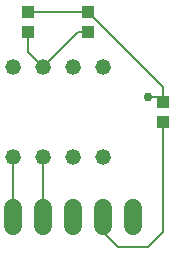
<source format=gtl>
G04 EAGLE Gerber RS-274X export*
G75*
%MOMM*%
%FSLAX34Y34*%
%LPD*%
%INTop Copper*%
%IPPOS*%
%AMOC8*
5,1,8,0,0,1.08239X$1,22.5*%
G01*
%ADD10R,1.000000X1.100000*%
%ADD11C,1.320800*%
%ADD12R,1.100000X1.000000*%
%ADD13C,1.524000*%
%ADD14C,0.152400*%
%ADD15C,0.756400*%


D10*
X50800Y211700D03*
X50800Y194700D03*
D11*
X114300Y88900D03*
X88900Y88900D03*
X88900Y165100D03*
X114300Y165100D03*
X63500Y88900D03*
X38100Y88900D03*
X63500Y165100D03*
X38100Y165100D03*
D12*
X165100Y118500D03*
X165100Y135500D03*
X101600Y211700D03*
X101600Y194700D03*
D13*
X139700Y45720D02*
X139700Y30480D01*
X114300Y30480D02*
X114300Y45720D01*
X88900Y45720D02*
X88900Y30480D01*
X63500Y30480D02*
X63500Y45720D01*
X38100Y45720D02*
X38100Y30480D01*
D14*
X50800Y211700D02*
X101600Y211700D01*
X165100Y148200D01*
X165100Y135500D01*
D15*
X152400Y139700D03*
D14*
X160900Y139700D01*
X165100Y135500D01*
X50800Y177800D02*
X50800Y194700D01*
X50800Y177800D02*
X63500Y165100D01*
X93100Y194700D01*
X101600Y194700D01*
X38100Y88900D02*
X38100Y38100D01*
X63500Y38100D02*
X63500Y88900D01*
X114300Y38100D02*
X114300Y25400D01*
X127000Y12700D01*
X152400Y12700D01*
X165100Y25400D01*
X165100Y118500D01*
M02*

</source>
